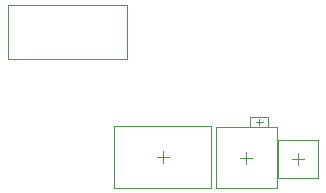
<source format=gbr>
%TF.GenerationSoftware,Altium Limited,Altium Designer,23.10.1 (27)*%
G04 Layer_Color=32768*
%FSLAX45Y45*%
%MOMM*%
%TF.SameCoordinates,C732C167-A78C-4608-B65C-7F4C8643914A*%
%TF.FilePolarity,Positive*%
%TF.FileFunction,Other,Eco2.User*%
%TF.Part,Single*%
G01*
G75*
%TA.AperFunction,NonConductor*%
%ADD31C,0.10000*%
%ADD52C,0.05000*%
D31*
X28697699Y2224500D02*
Y2324500D01*
X28647699Y2274500D02*
X28747699D01*
X29404001Y2218800D02*
Y2318800D01*
X29354001Y2268800D02*
X29454001D01*
X29842700Y2210500D02*
Y2310500D01*
X29792700Y2260500D02*
X29892700D01*
X29515201Y2543800D02*
Y2598800D01*
X29487701Y2571300D02*
X29542700D01*
D52*
X28287701Y2014500D02*
Y2534500D01*
Y2014500D02*
X29107700D01*
Y2534500D01*
X28287701D02*
X29107700D01*
X29146500Y2526300D02*
X29661499D01*
X29146500Y2011300D02*
X29661499D01*
Y2526300D01*
X29146500Y2011300D02*
Y2526300D01*
X29672699Y2420500D02*
X30012701D01*
X29672699Y2100500D02*
Y2420500D01*
Y2100500D02*
X30012701D01*
Y2420500D01*
X27387701Y3102000D02*
Y3564000D01*
X28397699D01*
Y3102000D02*
Y3564000D01*
X27387701Y3102000D02*
X28397699D01*
X29440201Y2611300D02*
X29590201D01*
X29440201Y2531300D02*
X29590201D01*
X29440201D02*
Y2611300D01*
X29590201Y2531300D02*
Y2611300D01*
%TF.MD5,6ff479a9e8f06ee38c82be2701c1c5f0*%
M02*

</source>
